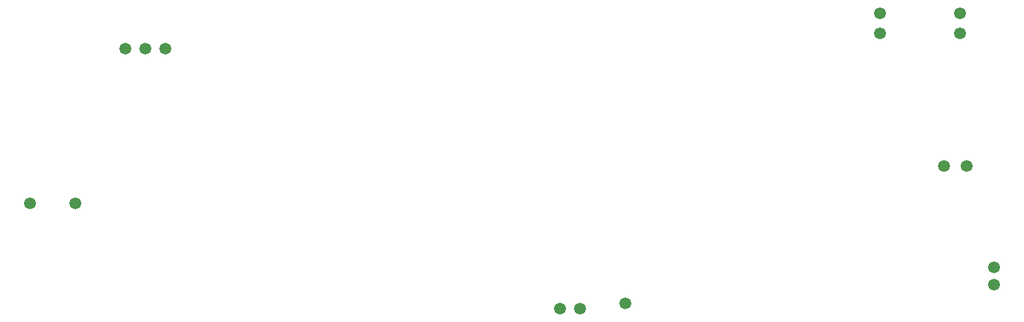
<source format=gbr>
G04 DipTrace 2.4.0.2*
%INBottomPaste.gbr*%
%MOIN*%
%ADD48C,0.0591*%
%FSLAX44Y44*%
G04*
G70*
G90*
G75*
G01*
%LNBotPaste*%
%LPD*%
D48*
X7750Y16250D3*
X8750D3*
X9750D3*
X51187Y5312D3*
X45500Y17000D3*
Y18000D3*
X51187Y4437D3*
X49500Y17000D3*
Y18000D3*
X48687Y10375D3*
X49812D3*
X30500Y3250D3*
X29500D3*
X3000Y8500D3*
X5250D3*
X32750Y3500D3*
M02*

</source>
